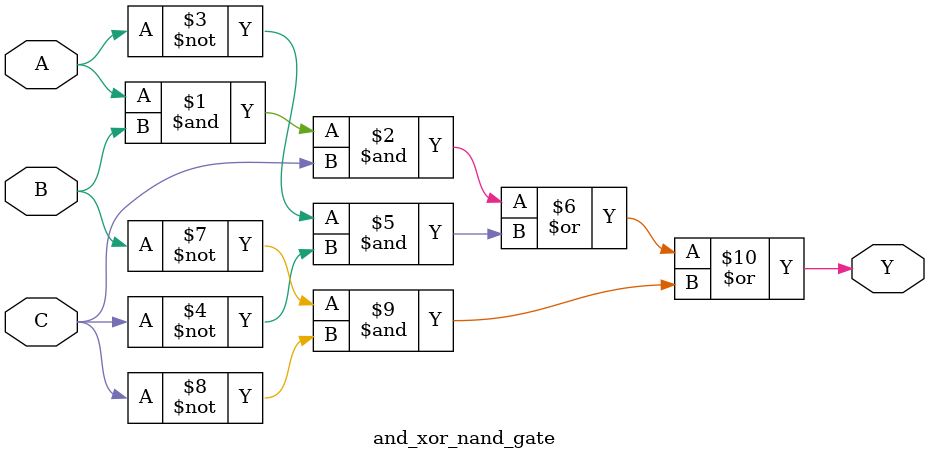
<source format=sv>
module and_xor_nand_gate (
    input wire A, B, C,   // 输入A, B, C
    output wire Y         // 输出Y
);
    // 直接计算最终输出，无需中间连线
    // 原始逻辑: Y = (A & B) ^ (~(C & A))
    // 等价于: Y = (A & B) ^ (¬C | ¬A) (使用德摩根定律)
    // 进一步简化为: Y = (A & B & C) | (A & B & ¬A) | (¬(A & B) & ¬C) | (¬(A & B) & ¬A)
    // 由于 (A & ¬A) = 0，可以消除包含 (A & ¬A) 的项
    // 进一步简化: Y = (A & B & C) | (¬(A & B) & ¬C) | (¬B & ¬A)
    // 分配律简化: Y = (A & B & C) | (¬A & ¬C) | (¬B & ¬C)
    
    assign Y = (A & B & C) | (~A & ~C) | (~B & ~C);
    
endmodule
</source>
